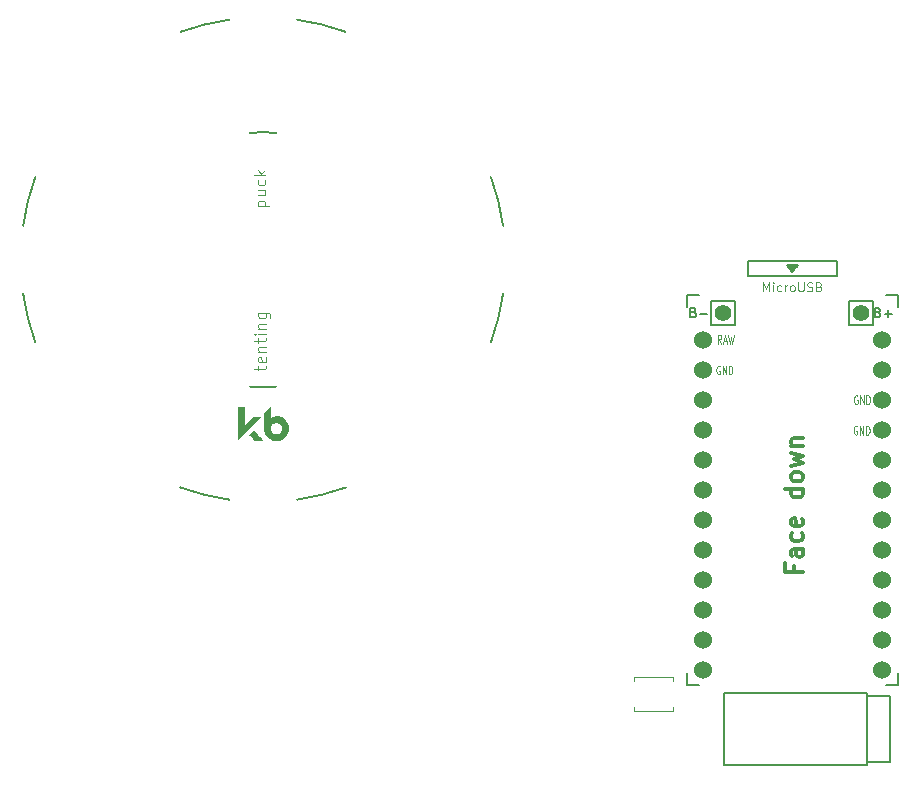
<source format=gbr>
%TF.GenerationSoftware,KiCad,Pcbnew,(6.0.8-1)-1*%
%TF.CreationDate,2023-02-27T11:26:25+02:00*%
%TF.ProjectId,sweepv2,73776565-7076-4322-9e6b-696361645f70,rev?*%
%TF.SameCoordinates,Original*%
%TF.FileFunction,Legend,Top*%
%TF.FilePolarity,Positive*%
%FSLAX46Y46*%
G04 Gerber Fmt 4.6, Leading zero omitted, Abs format (unit mm)*
G04 Created by KiCad (PCBNEW (6.0.8-1)-1) date 2023-02-27 11:26:25*
%MOMM*%
%LPD*%
G01*
G04 APERTURE LIST*
%ADD10C,0.300000*%
%ADD11C,0.150000*%
%ADD12C,0.120000*%
%ADD13C,0.125000*%
%ADD14C,0.100000*%
%ADD15C,0.200000*%
%ADD16C,0.010000*%
%ADD17C,1.524000*%
%ADD18C,1.397000*%
G04 APERTURE END LIST*
D10*
X230270857Y-72198857D02*
X230270857Y-72698857D01*
X231056571Y-72698857D02*
X229556571Y-72698857D01*
X229556571Y-71984571D01*
X231056571Y-70770285D02*
X230270857Y-70770285D01*
X230128000Y-70841714D01*
X230056571Y-70984571D01*
X230056571Y-71270285D01*
X230128000Y-71413142D01*
X230985142Y-70770285D02*
X231056571Y-70913142D01*
X231056571Y-71270285D01*
X230985142Y-71413142D01*
X230842285Y-71484571D01*
X230699428Y-71484571D01*
X230556571Y-71413142D01*
X230485142Y-71270285D01*
X230485142Y-70913142D01*
X230413714Y-70770285D01*
X230985142Y-69413142D02*
X231056571Y-69556000D01*
X231056571Y-69841714D01*
X230985142Y-69984571D01*
X230913714Y-70056000D01*
X230770857Y-70127428D01*
X230342285Y-70127428D01*
X230199428Y-70056000D01*
X230128000Y-69984571D01*
X230056571Y-69841714D01*
X230056571Y-69556000D01*
X230128000Y-69413142D01*
X230985142Y-68198857D02*
X231056571Y-68341714D01*
X231056571Y-68627428D01*
X230985142Y-68770285D01*
X230842285Y-68841714D01*
X230270857Y-68841714D01*
X230128000Y-68770285D01*
X230056571Y-68627428D01*
X230056571Y-68341714D01*
X230128000Y-68198857D01*
X230270857Y-68127428D01*
X230413714Y-68127428D01*
X230556571Y-68841714D01*
X231056571Y-65698857D02*
X229556571Y-65698857D01*
X230985142Y-65698857D02*
X231056571Y-65841714D01*
X231056571Y-66127428D01*
X230985142Y-66270285D01*
X230913714Y-66341714D01*
X230770857Y-66413142D01*
X230342285Y-66413142D01*
X230199428Y-66341714D01*
X230128000Y-66270285D01*
X230056571Y-66127428D01*
X230056571Y-65841714D01*
X230128000Y-65698857D01*
X231056571Y-64770285D02*
X230985142Y-64913142D01*
X230913714Y-64984571D01*
X230770857Y-65056000D01*
X230342285Y-65056000D01*
X230199428Y-64984571D01*
X230128000Y-64913142D01*
X230056571Y-64770285D01*
X230056571Y-64556000D01*
X230128000Y-64413142D01*
X230199428Y-64341714D01*
X230342285Y-64270285D01*
X230770857Y-64270285D01*
X230913714Y-64341714D01*
X230985142Y-64413142D01*
X231056571Y-64556000D01*
X231056571Y-64770285D01*
X230056571Y-63770285D02*
X231056571Y-63484571D01*
X230342285Y-63198857D01*
X231056571Y-62913142D01*
X230056571Y-62627428D01*
X230056571Y-62056000D02*
X231056571Y-62056000D01*
X230199428Y-62056000D02*
X230128000Y-61984571D01*
X230056571Y-61841714D01*
X230056571Y-61627428D01*
X230128000Y-61484571D01*
X230270857Y-61413142D01*
X231056571Y-61413142D01*
D11*
%TO.C,*%
D12*
%TO.C,U1*%
X227681571Y-48953285D02*
X227681571Y-48203285D01*
X227931571Y-48739000D01*
X228181571Y-48203285D01*
X228181571Y-48953285D01*
X228538714Y-48953285D02*
X228538714Y-48453285D01*
X228538714Y-48203285D02*
X228503000Y-48239000D01*
X228538714Y-48274714D01*
X228574428Y-48239000D01*
X228538714Y-48203285D01*
X228538714Y-48274714D01*
X229217285Y-48917571D02*
X229145857Y-48953285D01*
X229003000Y-48953285D01*
X228931571Y-48917571D01*
X228895857Y-48881857D01*
X228860142Y-48810428D01*
X228860142Y-48596142D01*
X228895857Y-48524714D01*
X228931571Y-48489000D01*
X229003000Y-48453285D01*
X229145857Y-48453285D01*
X229217285Y-48489000D01*
X229538714Y-48953285D02*
X229538714Y-48453285D01*
X229538714Y-48596142D02*
X229574428Y-48524714D01*
X229610142Y-48489000D01*
X229681571Y-48453285D01*
X229753000Y-48453285D01*
X230110142Y-48953285D02*
X230038714Y-48917571D01*
X230003000Y-48881857D01*
X229967285Y-48810428D01*
X229967285Y-48596142D01*
X230003000Y-48524714D01*
X230038714Y-48489000D01*
X230110142Y-48453285D01*
X230217285Y-48453285D01*
X230288714Y-48489000D01*
X230324428Y-48524714D01*
X230360142Y-48596142D01*
X230360142Y-48810428D01*
X230324428Y-48881857D01*
X230288714Y-48917571D01*
X230217285Y-48953285D01*
X230110142Y-48953285D01*
X230681571Y-48203285D02*
X230681571Y-48810428D01*
X230717285Y-48881857D01*
X230753000Y-48917571D01*
X230824428Y-48953285D01*
X230967285Y-48953285D01*
X231038714Y-48917571D01*
X231074428Y-48881857D01*
X231110142Y-48810428D01*
X231110142Y-48203285D01*
X231431571Y-48917571D02*
X231538714Y-48953285D01*
X231717285Y-48953285D01*
X231788714Y-48917571D01*
X231824428Y-48881857D01*
X231860142Y-48810428D01*
X231860142Y-48739000D01*
X231824428Y-48667571D01*
X231788714Y-48631857D01*
X231717285Y-48596142D01*
X231574428Y-48560428D01*
X231503000Y-48524714D01*
X231467285Y-48489000D01*
X231431571Y-48417571D01*
X231431571Y-48346142D01*
X231467285Y-48274714D01*
X231503000Y-48239000D01*
X231574428Y-48203285D01*
X231753000Y-48203285D01*
X231860142Y-48239000D01*
X232431571Y-48560428D02*
X232538714Y-48596142D01*
X232574428Y-48631857D01*
X232610142Y-48703285D01*
X232610142Y-48810428D01*
X232574428Y-48881857D01*
X232538714Y-48917571D01*
X232467285Y-48953285D01*
X232181571Y-48953285D01*
X232181571Y-48203285D01*
X232431571Y-48203285D01*
X232503000Y-48239000D01*
X232538714Y-48274714D01*
X232574428Y-48346142D01*
X232574428Y-48417571D01*
X232538714Y-48489000D01*
X232503000Y-48524714D01*
X232431571Y-48560428D01*
X232181571Y-48560428D01*
D13*
X235677047Y-57809000D02*
X235629428Y-57773285D01*
X235558000Y-57773285D01*
X235486571Y-57809000D01*
X235438952Y-57880428D01*
X235415142Y-57951857D01*
X235391333Y-58094714D01*
X235391333Y-58201857D01*
X235415142Y-58344714D01*
X235438952Y-58416142D01*
X235486571Y-58487571D01*
X235558000Y-58523285D01*
X235605619Y-58523285D01*
X235677047Y-58487571D01*
X235700857Y-58451857D01*
X235700857Y-58201857D01*
X235605619Y-58201857D01*
X235915142Y-58523285D02*
X235915142Y-57773285D01*
X236200857Y-58523285D01*
X236200857Y-57773285D01*
X236438952Y-58523285D02*
X236438952Y-57773285D01*
X236558000Y-57773285D01*
X236629428Y-57809000D01*
X236677047Y-57880428D01*
X236700857Y-57951857D01*
X236724666Y-58094714D01*
X236724666Y-58201857D01*
X236700857Y-58344714D01*
X236677047Y-58416142D01*
X236629428Y-58487571D01*
X236558000Y-58523285D01*
X236438952Y-58523285D01*
D11*
D13*
X224027047Y-55279000D02*
X223979428Y-55243285D01*
X223908000Y-55243285D01*
X223836571Y-55279000D01*
X223788952Y-55350428D01*
X223765142Y-55421857D01*
X223741333Y-55564714D01*
X223741333Y-55671857D01*
X223765142Y-55814714D01*
X223788952Y-55886142D01*
X223836571Y-55957571D01*
X223908000Y-55993285D01*
X223955619Y-55993285D01*
X224027047Y-55957571D01*
X224050857Y-55921857D01*
X224050857Y-55671857D01*
X223955619Y-55671857D01*
X224265142Y-55993285D02*
X224265142Y-55243285D01*
X224550857Y-55993285D01*
X224550857Y-55243285D01*
X224788952Y-55993285D02*
X224788952Y-55243285D01*
X224908000Y-55243285D01*
X224979428Y-55279000D01*
X225027047Y-55350428D01*
X225050857Y-55421857D01*
X225074666Y-55564714D01*
X225074666Y-55671857D01*
X225050857Y-55814714D01*
X225027047Y-55886142D01*
X224979428Y-55957571D01*
X224908000Y-55993285D01*
X224788952Y-55993285D01*
X235657047Y-60389000D02*
X235609428Y-60353285D01*
X235538000Y-60353285D01*
X235466571Y-60389000D01*
X235418952Y-60460428D01*
X235395142Y-60531857D01*
X235371333Y-60674714D01*
X235371333Y-60781857D01*
X235395142Y-60924714D01*
X235418952Y-60996142D01*
X235466571Y-61067571D01*
X235538000Y-61103285D01*
X235585619Y-61103285D01*
X235657047Y-61067571D01*
X235680857Y-61031857D01*
X235680857Y-60781857D01*
X235585619Y-60781857D01*
X235895142Y-61103285D02*
X235895142Y-60353285D01*
X236180857Y-61103285D01*
X236180857Y-60353285D01*
X236418952Y-61103285D02*
X236418952Y-60353285D01*
X236538000Y-60353285D01*
X236609428Y-60389000D01*
X236657047Y-60460428D01*
X236680857Y-60531857D01*
X236704666Y-60674714D01*
X236704666Y-60781857D01*
X236680857Y-60924714D01*
X236657047Y-60996142D01*
X236609428Y-61067571D01*
X236538000Y-61103285D01*
X236418952Y-61103285D01*
X224162761Y-53383285D02*
X223996095Y-53026142D01*
X223877047Y-53383285D02*
X223877047Y-52633285D01*
X224067523Y-52633285D01*
X224115142Y-52669000D01*
X224138952Y-52704714D01*
X224162761Y-52776142D01*
X224162761Y-52883285D01*
X224138952Y-52954714D01*
X224115142Y-52990428D01*
X224067523Y-53026142D01*
X223877047Y-53026142D01*
X224353238Y-53169000D02*
X224591333Y-53169000D01*
X224305619Y-53383285D02*
X224472285Y-52633285D01*
X224638952Y-53383285D01*
X224758000Y-52633285D02*
X224877047Y-53383285D01*
X224972285Y-52847571D01*
X225067523Y-53383285D01*
X225186571Y-52633285D01*
D14*
%TO.C,REF\u002A\u002A*%
X184887714Y-41749500D02*
X185887714Y-41749500D01*
X184935333Y-41749500D02*
X184887714Y-41654261D01*
X184887714Y-41463785D01*
X184935333Y-41368547D01*
X184982952Y-41320928D01*
X185078190Y-41273309D01*
X185363904Y-41273309D01*
X185459142Y-41320928D01*
X185506761Y-41368547D01*
X185554380Y-41463785D01*
X185554380Y-41654261D01*
X185506761Y-41749500D01*
X184887714Y-40416166D02*
X185554380Y-40416166D01*
X184887714Y-40844738D02*
X185411523Y-40844738D01*
X185506761Y-40797119D01*
X185554380Y-40701880D01*
X185554380Y-40559023D01*
X185506761Y-40463785D01*
X185459142Y-40416166D01*
X185506761Y-39511404D02*
X185554380Y-39606642D01*
X185554380Y-39797119D01*
X185506761Y-39892357D01*
X185459142Y-39939976D01*
X185363904Y-39987595D01*
X185078190Y-39987595D01*
X184982952Y-39939976D01*
X184935333Y-39892357D01*
X184887714Y-39797119D01*
X184887714Y-39606642D01*
X184935333Y-39511404D01*
X185554380Y-39082833D02*
X184554380Y-39082833D01*
X185173428Y-38987595D02*
X185554380Y-38701880D01*
X184887714Y-38701880D02*
X185268666Y-39082833D01*
X184951214Y-55640000D02*
X184951214Y-55259047D01*
X184617880Y-55497142D02*
X185475023Y-55497142D01*
X185570261Y-55449523D01*
X185617880Y-55354285D01*
X185617880Y-55259047D01*
X185570261Y-54544761D02*
X185617880Y-54640000D01*
X185617880Y-54830476D01*
X185570261Y-54925714D01*
X185475023Y-54973333D01*
X185094071Y-54973333D01*
X184998833Y-54925714D01*
X184951214Y-54830476D01*
X184951214Y-54640000D01*
X184998833Y-54544761D01*
X185094071Y-54497142D01*
X185189309Y-54497142D01*
X185284547Y-54973333D01*
X184951214Y-54068571D02*
X185617880Y-54068571D01*
X185046452Y-54068571D02*
X184998833Y-54020952D01*
X184951214Y-53925714D01*
X184951214Y-53782857D01*
X184998833Y-53687619D01*
X185094071Y-53640000D01*
X185617880Y-53640000D01*
X184951214Y-53306666D02*
X184951214Y-52925714D01*
X184617880Y-53163809D02*
X185475023Y-53163809D01*
X185570261Y-53116190D01*
X185617880Y-53020952D01*
X185617880Y-52925714D01*
X185617880Y-52592380D02*
X184951214Y-52592380D01*
X184617880Y-52592380D02*
X184665500Y-52640000D01*
X184713119Y-52592380D01*
X184665500Y-52544761D01*
X184617880Y-52592380D01*
X184713119Y-52592380D01*
X184951214Y-52116190D02*
X185617880Y-52116190D01*
X185046452Y-52116190D02*
X184998833Y-52068571D01*
X184951214Y-51973333D01*
X184951214Y-51830476D01*
X184998833Y-51735238D01*
X185094071Y-51687619D01*
X185617880Y-51687619D01*
X184951214Y-50782857D02*
X185760738Y-50782857D01*
X185855976Y-50830476D01*
X185903595Y-50878095D01*
X185951214Y-50973333D01*
X185951214Y-51116190D01*
X185903595Y-51211428D01*
X185570261Y-50782857D02*
X185617880Y-50878095D01*
X185617880Y-51068571D01*
X185570261Y-51163809D01*
X185522642Y-51211428D01*
X185427404Y-51259047D01*
X185141690Y-51259047D01*
X185046452Y-51211428D01*
X184998833Y-51163809D01*
X184951214Y-51068571D01*
X184951214Y-50878095D01*
X184998833Y-50782857D01*
D11*
%TO.C,B+*%
X237425895Y-50741942D02*
X237542009Y-50780647D01*
X237580714Y-50819352D01*
X237619419Y-50896761D01*
X237619419Y-51012876D01*
X237580714Y-51090285D01*
X237542009Y-51128990D01*
X237464600Y-51167695D01*
X237154961Y-51167695D01*
X237154961Y-50354895D01*
X237425895Y-50354895D01*
X237503304Y-50393600D01*
X237542009Y-50432304D01*
X237580714Y-50509714D01*
X237580714Y-50587123D01*
X237542009Y-50664533D01*
X237503304Y-50703238D01*
X237425895Y-50741942D01*
X237154961Y-50741942D01*
X237967761Y-50858057D02*
X238587038Y-50858057D01*
X238277400Y-51167695D02*
X238277400Y-50548419D01*
%TO.C,B-*%
X221804895Y-50741942D02*
X221921009Y-50780647D01*
X221959714Y-50819352D01*
X221998419Y-50896761D01*
X221998419Y-51012876D01*
X221959714Y-51090285D01*
X221921009Y-51128990D01*
X221843600Y-51167695D01*
X221533961Y-51167695D01*
X221533961Y-50354895D01*
X221804895Y-50354895D01*
X221882304Y-50393600D01*
X221921009Y-50432304D01*
X221959714Y-50509714D01*
X221959714Y-50587123D01*
X221921009Y-50664533D01*
X221882304Y-50703238D01*
X221804895Y-50741942D01*
X221533961Y-50741942D01*
X222346761Y-50858057D02*
X222966038Y-50858057D01*
%TO.C,U1*%
X221278000Y-81264000D02*
X221278000Y-82314000D01*
X239078000Y-81314000D02*
X239078000Y-82314000D01*
X230028000Y-47164000D02*
X230328000Y-47164000D01*
X230678000Y-46714000D02*
X230178000Y-47364000D01*
X229828000Y-46864000D02*
X230528000Y-46864000D01*
X229678000Y-46714000D02*
X230678000Y-46714000D01*
X233928000Y-47664000D02*
X233928000Y-46364000D01*
X239078000Y-49264000D02*
X238128000Y-49264000D01*
X221278000Y-49264000D02*
X222278000Y-49264000D01*
X230178000Y-47364000D02*
X229678000Y-46714000D01*
X226428000Y-47664000D02*
X233928000Y-47664000D01*
X226428000Y-46364000D02*
X226428000Y-47664000D01*
X233928000Y-46364000D02*
X226428000Y-46364000D01*
X239078000Y-82314000D02*
X238068000Y-82314000D01*
X221278000Y-82314000D02*
X222278000Y-82314000D01*
X229928000Y-47014000D02*
X230428000Y-47014000D01*
X221278000Y-49264000D02*
X221278000Y-50264000D01*
X239078000Y-49264000D02*
X239078000Y-50264000D01*
%TO.C,J2*%
X236474000Y-88852000D02*
X238474000Y-88852000D01*
X236474000Y-83252000D02*
X238474000Y-83252000D01*
X224374000Y-89102000D02*
X224374000Y-83002000D01*
X238474000Y-88852000D02*
X238474000Y-83252000D01*
X236474000Y-83002000D02*
X224374000Y-83002000D01*
X236474000Y-89102000D02*
X224374000Y-89102000D01*
X236474000Y-89102000D02*
X236474000Y-83002000D01*
D12*
%TO.C,RSW1*%
X220090000Y-81658000D02*
X220090000Y-81958000D01*
X216790000Y-84458000D02*
X220090000Y-84458000D01*
X216790000Y-81658000D02*
X220090000Y-81658000D01*
X216790000Y-81958000D02*
X216790000Y-81658000D01*
X216790000Y-84158000D02*
X216790000Y-84458000D01*
X220090000Y-84458000D02*
X220090000Y-84158000D01*
D15*
%TO.C,REF\u002A\u002A*%
X184227615Y-57017864D02*
G75*
G03*
X185356000Y-57077000I1128379J10735785D01*
G01*
X166069866Y-39273952D02*
G75*
G03*
X165036000Y-43424500I19286117J-7008044D01*
G01*
X185356000Y-35487000D02*
G75*
G03*
X184227615Y-35546136I-6J-10794921D01*
G01*
X204642135Y-53290046D02*
G75*
G03*
X205676000Y-49139500I-19286185J7008058D01*
G01*
X165036000Y-49139500D02*
G75*
G03*
X166069866Y-53290047I20319953J2857490D01*
G01*
X188213500Y-66602000D02*
G75*
G03*
X192364047Y-65568134I-2857500J20320000D01*
G01*
X192364047Y-26995866D02*
G75*
G03*
X188213500Y-25962000I-7008047J-19286134D01*
G01*
X182498500Y-25962000D02*
G75*
G03*
X178347952Y-26995866I2857496J-20319983D01*
G01*
X185356000Y-57077001D02*
G75*
G03*
X186484385Y-57017864I0J10794901D01*
G01*
X205676000Y-43424500D02*
G75*
G03*
X204642135Y-39273955I-20320019J-2857506D01*
G01*
X186484385Y-35546137D02*
G75*
G03*
X185356000Y-35487000I-1128385J-10735763D01*
G01*
X178347954Y-65568135D02*
G75*
G03*
X182498500Y-66602000I7008046J19286135D01*
G01*
G36*
X185429889Y-60466589D02*
G01*
X185428486Y-60359960D01*
X185427442Y-60237304D01*
X185426778Y-60100032D01*
X185426517Y-59949558D01*
X185426514Y-59937822D01*
X185426427Y-59246108D01*
X185934131Y-58736082D01*
X185934279Y-59229650D01*
X185934471Y-59333890D01*
X185934960Y-59430635D01*
X185935710Y-59517521D01*
X185936686Y-59592183D01*
X185937855Y-59652258D01*
X185939182Y-59695381D01*
X185940631Y-59719188D01*
X185941539Y-59723218D01*
X185953970Y-59716904D01*
X185978816Y-59700561D01*
X186002950Y-59683359D01*
X186117647Y-59612637D01*
X186239863Y-59563533D01*
X186370246Y-59535857D01*
X186509447Y-59529419D01*
X186527259Y-59530087D01*
X186616894Y-59536639D01*
X186693377Y-59548576D01*
X186765029Y-59568068D01*
X186840167Y-59597285D01*
X186910018Y-59629924D01*
X187037951Y-59705217D01*
X187150871Y-59797197D01*
X187247765Y-59904186D01*
X187327623Y-60024511D01*
X187389433Y-60156496D01*
X187432185Y-60298465D01*
X187454866Y-60448744D01*
X187458427Y-60538414D01*
X187448136Y-60690892D01*
X187416780Y-60835456D01*
X187363635Y-60974692D01*
X187306380Y-61081611D01*
X187220668Y-61201904D01*
X187119055Y-61306753D01*
X187003722Y-61395075D01*
X186876847Y-61465789D01*
X186740611Y-61517812D01*
X186597192Y-61550065D01*
X186448771Y-61561464D01*
X186348525Y-61556981D01*
X186203917Y-61532100D01*
X186063349Y-61485825D01*
X185930176Y-61419846D01*
X185807756Y-61335849D01*
X185699444Y-61235523D01*
X185691050Y-61226357D01*
X185609919Y-61122237D01*
X185540227Y-61004055D01*
X185485061Y-60878192D01*
X185447508Y-60751032D01*
X185438639Y-60704582D01*
X185436026Y-60676187D01*
X185433681Y-60626115D01*
X185432212Y-60575781D01*
X185928550Y-60575781D01*
X185939122Y-60673330D01*
X185969554Y-60767349D01*
X185998208Y-60821494D01*
X186065142Y-60909777D01*
X186144623Y-60980654D01*
X186234055Y-61033147D01*
X186330841Y-61066279D01*
X186432382Y-61079073D01*
X186536083Y-61070552D01*
X186608910Y-61051264D01*
X186651907Y-61035178D01*
X186692812Y-61017818D01*
X186708979Y-61010042D01*
X186754265Y-60979038D01*
X186803588Y-60932844D01*
X186851645Y-60877388D01*
X186893130Y-60818594D01*
X186914618Y-60780267D01*
X186934799Y-60736021D01*
X186947444Y-60697413D01*
X186954801Y-60655121D01*
X186959119Y-60599818D01*
X186959401Y-60594528D01*
X186956033Y-60487283D01*
X186933177Y-60389391D01*
X186889525Y-60295968D01*
X186871755Y-60267439D01*
X186807213Y-60189535D01*
X186728396Y-60127365D01*
X186638760Y-60081869D01*
X186541761Y-60053991D01*
X186440857Y-60044671D01*
X186339505Y-60054853D01*
X186241159Y-60085478D01*
X186227156Y-60091764D01*
X186139204Y-60144713D01*
X186065214Y-60212927D01*
X186006171Y-60293273D01*
X185963058Y-60382620D01*
X185936856Y-60477833D01*
X185928550Y-60575781D01*
X185432212Y-60575781D01*
X185431628Y-60555778D01*
X185429889Y-60466589D01*
G37*
D16*
X185429889Y-60466589D02*
X185428486Y-60359960D01*
X185427442Y-60237304D01*
X185426778Y-60100032D01*
X185426517Y-59949558D01*
X185426514Y-59937822D01*
X185426427Y-59246108D01*
X185934131Y-58736082D01*
X185934279Y-59229650D01*
X185934471Y-59333890D01*
X185934960Y-59430635D01*
X185935710Y-59517521D01*
X185936686Y-59592183D01*
X185937855Y-59652258D01*
X185939182Y-59695381D01*
X185940631Y-59719188D01*
X185941539Y-59723218D01*
X185953970Y-59716904D01*
X185978816Y-59700561D01*
X186002950Y-59683359D01*
X186117647Y-59612637D01*
X186239863Y-59563533D01*
X186370246Y-59535857D01*
X186509447Y-59529419D01*
X186527259Y-59530087D01*
X186616894Y-59536639D01*
X186693377Y-59548576D01*
X186765029Y-59568068D01*
X186840167Y-59597285D01*
X186910018Y-59629924D01*
X187037951Y-59705217D01*
X187150871Y-59797197D01*
X187247765Y-59904186D01*
X187327623Y-60024511D01*
X187389433Y-60156496D01*
X187432185Y-60298465D01*
X187454866Y-60448744D01*
X187458427Y-60538414D01*
X187448136Y-60690892D01*
X187416780Y-60835456D01*
X187363635Y-60974692D01*
X187306380Y-61081611D01*
X187220668Y-61201904D01*
X187119055Y-61306753D01*
X187003722Y-61395075D01*
X186876847Y-61465789D01*
X186740611Y-61517812D01*
X186597192Y-61550065D01*
X186448771Y-61561464D01*
X186348525Y-61556981D01*
X186203917Y-61532100D01*
X186063349Y-61485825D01*
X185930176Y-61419846D01*
X185807756Y-61335849D01*
X185699444Y-61235523D01*
X185691050Y-61226357D01*
X185609919Y-61122237D01*
X185540227Y-61004055D01*
X185485061Y-60878192D01*
X185447508Y-60751032D01*
X185438639Y-60704582D01*
X185436026Y-60676187D01*
X185433681Y-60626115D01*
X185432212Y-60575781D01*
X185928550Y-60575781D01*
X185939122Y-60673330D01*
X185969554Y-60767349D01*
X185998208Y-60821494D01*
X186065142Y-60909777D01*
X186144623Y-60980654D01*
X186234055Y-61033147D01*
X186330841Y-61066279D01*
X186432382Y-61079073D01*
X186536083Y-61070552D01*
X186608910Y-61051264D01*
X186651907Y-61035178D01*
X186692812Y-61017818D01*
X186708979Y-61010042D01*
X186754265Y-60979038D01*
X186803588Y-60932844D01*
X186851645Y-60877388D01*
X186893130Y-60818594D01*
X186914618Y-60780267D01*
X186934799Y-60736021D01*
X186947444Y-60697413D01*
X186954801Y-60655121D01*
X186959119Y-60599818D01*
X186959401Y-60594528D01*
X186956033Y-60487283D01*
X186933177Y-60389391D01*
X186889525Y-60295968D01*
X186871755Y-60267439D01*
X186807213Y-60189535D01*
X186728396Y-60127365D01*
X186638760Y-60081869D01*
X186541761Y-60053991D01*
X186440857Y-60044671D01*
X186339505Y-60054853D01*
X186241159Y-60085478D01*
X186227156Y-60091764D01*
X186139204Y-60144713D01*
X186065214Y-60212927D01*
X186006171Y-60293273D01*
X185963058Y-60382620D01*
X185936856Y-60477833D01*
X185928550Y-60575781D01*
X185432212Y-60575781D01*
X185431628Y-60555778D01*
X185429889Y-60466589D01*
G36*
X184536025Y-60770398D02*
G01*
X184558728Y-60793261D01*
X184593207Y-60828792D01*
X184637476Y-60874884D01*
X184689543Y-60929430D01*
X184747422Y-60990324D01*
X184809121Y-61055459D01*
X184872654Y-61122729D01*
X184936029Y-61190027D01*
X184997259Y-61255246D01*
X185054355Y-61316281D01*
X185105327Y-61371024D01*
X185148187Y-61417369D01*
X185180945Y-61453209D01*
X185201613Y-61476438D01*
X185203906Y-61479129D01*
X185232207Y-61512764D01*
X184612193Y-61512764D01*
X184438843Y-61336695D01*
X184385101Y-61281952D01*
X184334818Y-61230439D01*
X184291002Y-61185259D01*
X184256656Y-61149513D01*
X184234788Y-61126304D01*
X184231611Y-61122812D01*
X184197729Y-61084997D01*
X184358764Y-60923653D01*
X184408477Y-60874198D01*
X184452701Y-60830873D01*
X184488848Y-60796160D01*
X184514330Y-60772540D01*
X184526559Y-60762492D01*
X184527090Y-60762309D01*
X184536025Y-60770398D01*
G37*
X184536025Y-60770398D02*
X184558728Y-60793261D01*
X184593207Y-60828792D01*
X184637476Y-60874884D01*
X184689543Y-60929430D01*
X184747422Y-60990324D01*
X184809121Y-61055459D01*
X184872654Y-61122729D01*
X184936029Y-61190027D01*
X184997259Y-61255246D01*
X185054355Y-61316281D01*
X185105327Y-61371024D01*
X185148187Y-61417369D01*
X185180945Y-61453209D01*
X185201613Y-61476438D01*
X185203906Y-61479129D01*
X185232207Y-61512764D01*
X184612193Y-61512764D01*
X184438843Y-61336695D01*
X184385101Y-61281952D01*
X184334818Y-61230439D01*
X184291002Y-61185259D01*
X184256656Y-61149513D01*
X184234788Y-61126304D01*
X184231611Y-61122812D01*
X184197729Y-61084997D01*
X184358764Y-60923653D01*
X184408477Y-60874198D01*
X184452701Y-60830873D01*
X184488848Y-60796160D01*
X184514330Y-60772540D01*
X184526559Y-60762492D01*
X184527090Y-60762309D01*
X184536025Y-60770398D01*
G36*
X183729245Y-60363867D02*
G01*
X184532191Y-59561167D01*
X184820559Y-59564261D01*
X185108927Y-59567354D01*
X184261703Y-60427491D01*
X184143778Y-60547214D01*
X184028979Y-60663763D01*
X183918525Y-60775903D01*
X183813633Y-60882396D01*
X183715521Y-60982007D01*
X183625406Y-61073500D01*
X183544507Y-61155637D01*
X183474040Y-61227182D01*
X183415224Y-61286900D01*
X183369277Y-61333554D01*
X183337416Y-61365907D01*
X183323635Y-61379903D01*
X183232791Y-61472179D01*
X183232791Y-58730309D01*
X183729245Y-58730309D01*
X183729245Y-60363867D01*
G37*
X183729245Y-60363867D02*
X184532191Y-59561167D01*
X184820559Y-59564261D01*
X185108927Y-59567354D01*
X184261703Y-60427491D01*
X184143778Y-60547214D01*
X184028979Y-60663763D01*
X183918525Y-60775903D01*
X183813633Y-60882396D01*
X183715521Y-60982007D01*
X183625406Y-61073500D01*
X183544507Y-61155637D01*
X183474040Y-61227182D01*
X183415224Y-61286900D01*
X183369277Y-61333554D01*
X183337416Y-61365907D01*
X183323635Y-61379903D01*
X183232791Y-61472179D01*
X183232791Y-58730309D01*
X183729245Y-58730309D01*
X183729245Y-60363867D01*
D11*
%TO.C,B+*%
X236966000Y-51800000D02*
X236966000Y-49800000D01*
X234966000Y-49800000D02*
X234966000Y-51800000D01*
X236966000Y-49800000D02*
X234966000Y-49800000D01*
X234966000Y-51800000D02*
X236966000Y-51800000D01*
%TO.C,B-*%
X223282000Y-51800000D02*
X225282000Y-51800000D01*
X225282000Y-51800000D02*
X225282000Y-49800000D01*
X225282000Y-49800000D02*
X223282000Y-49800000D01*
X223282000Y-49800000D02*
X223282000Y-51800000D01*
%TD*%
D17*
%TO.C,U1*%
X237789400Y-53086000D03*
X237789400Y-55626000D03*
X237789400Y-58166000D03*
X237789400Y-60706000D03*
X237789400Y-63246000D03*
X237789400Y-65786000D03*
X237789400Y-68326000D03*
X237789400Y-70866000D03*
X237789400Y-73406000D03*
X237789400Y-75946000D03*
X237789400Y-78486000D03*
X237789400Y-81026000D03*
X222569400Y-81026000D03*
X222569400Y-78486000D03*
X222569400Y-75946000D03*
X222569400Y-73406000D03*
X222569400Y-70866000D03*
X222569400Y-68326000D03*
X222569400Y-65786000D03*
X222569400Y-63246000D03*
X222569400Y-60706000D03*
X222569400Y-58166000D03*
X222569400Y-55626000D03*
X222569400Y-53086000D03*
%TD*%
D18*
%TO.C,B+*%
X235966000Y-50800000D03*
%TD*%
%TO.C,B-*%
X224282000Y-50800000D03*
%TD*%
M02*

</source>
